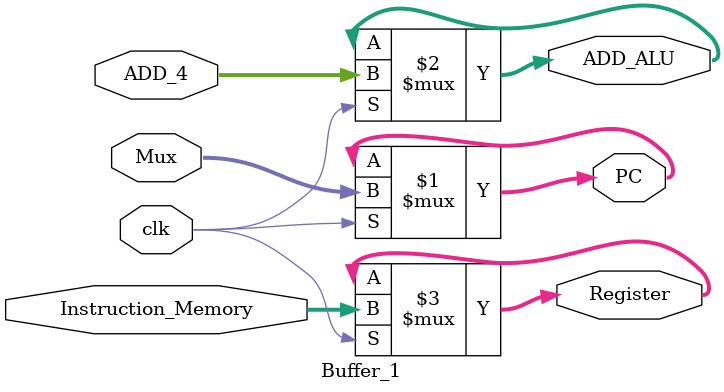
<source format=v>
`timescale 1ns/1ns
module Buffer_1 (
    input  clk,
    input [31:0]Mux,
    input [31:0]ADD_4,
    input [31:0]Instruction_Memory,
    output [31:0]PC,
    output [31:0]ADD_ALU,
    output [31:0]Register

);

assign PC= (clk) ? Mux : PC;
assign ADD_ALU= (clk) ? ADD_4 : ADD_ALU;
assign Register= (clk) ? Instruction_Memory : Register;
    
endmodule
</source>
